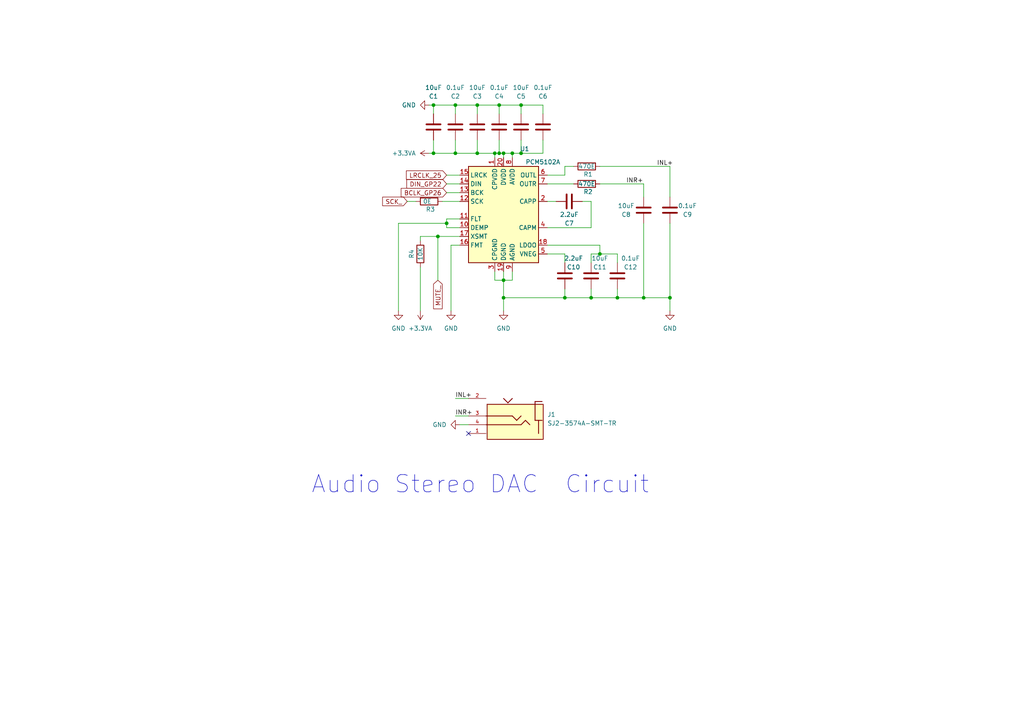
<source format=kicad_sch>
(kicad_sch (version 20230121) (generator eeschema)
  (paper "A4")
  (lib_symbols
    (symbol "Audio:PCM5102A"
      (property "Reference" "U" (at -10.16 13.97 0))
      (property "Value" "PCM5102A" (at 3.81 13.97 0))
      (symbol "PCM5102A_0_1"
        (rectangle (start -10.16 12.7) (end 10.16 -15.24) (stroke (width 0.254)) (fill (type background)))
      )
      (symbol "PCM5102A_1_1"
        (pin passive line (at -2.54 15.24 270) (length 2.54) (name "CPVDD") (number "1"))
        (pin input line (at -12.7 -5.08 0) (length 2.54) (name "DEMP") (number "10"))
        (pin input line (at -12.7 -2.54 0) (length 2.54) (name "FLT") (number "11"))
        (pin input line (at -12.7 2.54 0) (length 2.54) (name "SCK") (number "12"))
        (pin input line (at -12.7 5.08 0) (length 2.54) (name "BCK") (number "13"))
        (pin input line (at -12.7 7.62 0) (length 2.54) (name "DIN") (number "14"))
        (pin input line (at -12.7 10.16 0) (length 2.54) (name "LRCK") (number "15"))
        (pin input line (at -12.7 -10.16 0) (length 2.54) (name "FMT") (number "16"))
        (pin input line (at -12.7 -7.62 0) (length 2.54) (name "XSMT") (number "17"))
        (pin passive line (at 12.7 -10.16 180) (length 2.54) (name "LDOO") (number "18"))
        (pin power_in line (at 0 -17.78 90) (length 2.54) (name "DGND") (number "19"))
        (pin passive line (at 12.7 2.54 180) (length 2.54) (name "CAPP") (number "2"))
        (pin power_in line (at 0 15.24 270) (length 2.54) (name "DVDD") (number "20"))
        (pin power_in line (at -2.54 -17.78 90) (length 2.54) (name "CPGND") (number "3"))
        (pin passive line (at 12.7 -5.08 180) (length 2.54) (name "CAPM") (number "4"))
        (pin passive line (at 12.7 -12.7 180) (length 2.54) (name "VNEG") (number "5"))
        (pin output line (at 12.7 10.16 180) (length 2.54) (name "OUTL") (number "6"))
        (pin output line (at 12.7 7.62 180) (length 2.54) (name "OUTR") (number "7"))
        (pin power_in line (at 2.54 15.24 270) (length 2.54) (name "AVDD") (number "8"))
        (pin power_in line (at 2.54 -17.78 90) (length 2.54) (name "AGND") (number "9"))
      )
    )
    (symbol "Device:C" (pin_numbers hide) (pin_names (offset 0.254))
      (property "Reference" "C" (at 0.635 2.54 0))
      (property "Value" "C" (at 0.635 -2.54 0))
      (symbol "C_0_1"
        (polyline (pts (xy -2.032 -0.762) (xy 2.032 -0.762)) (stroke (width 0.508)))
        (polyline (pts (xy -2.032 0.762) (xy 2.032 0.762)) (stroke (width 0.508)))
      )
      (symbol "C_1_1"
        (pin passive line (at 0 3.81 270) (length 2.794) (name "~") (number "1"))
        (pin passive line (at 0 -3.81 90) (length 2.794) (name "~") (number "2"))
      )
    )
    (symbol "Device:R" (pin_numbers hide) (pin_names (offset 0))
      (property "Reference" "R" (at 2.032 0 90))
      (property "Value" "R" (at 0 0 90))
      (symbol "R_0_1"
        (rectangle (start -1.016 -2.54) (end 1.016 2.54) (stroke (width 0.254)))
      )
      (symbol "R_1_1"
        (pin passive line (at 0 3.81 270) (length 1.27) (name "~") (number "1"))
        (pin passive line (at 0 -3.81 90) (length 1.27) (name "~") (number "2"))
      )
    )
    (symbol "Dotworld:SJ2-3574A-SMT-TR" (pin_names (offset 1.016))
      (property "Reference" "J" (at -7.62 7.62 0))
      (property "Value" "SJ2-3574A-SMT-TR" (at -7.62 -7.62 0))
      (symbol "SJ2-3574A-SMT-TR_0_0"
        (rectangle (start -8.9563 -3.3874) (end 7.2997 6.7726) (stroke (width 0.254)) (fill (type background)))
        (polyline (pts (xy -8.636 1.27) (xy -7.62 1.27)) (stroke (width 0.254)))
        (polyline (pts (xy -7.62 1.27) (xy -6.604 1.27)) (stroke (width 0.254)))
        (polyline (pts (xy -7.62 5.08) (xy -7.62 1.27)) (stroke (width 0.254)))
        (polyline (pts (xy -6.604 -4.191) (xy -8.636 -4.191)) (stroke (width 0.254)))
        (polyline (pts (xy -6.604 1.27) (xy -6.604 -4.191)) (stroke (width 0.254)))
        (polyline (pts (xy -5.08 2.54) (xy -3.81 1.27)) (stroke (width 0.254)))
        (polyline (pts (xy -3.81 1.27) (xy -2.54 2.54)) (stroke (width 0.254)))
        (polyline (pts (xy -2.54 0) (xy -1.27 1.27)) (stroke (width 0.254)))
        (polyline (pts (xy -2.54 2.54) (xy 7.62 2.54)) (stroke (width 0.254)))
        (polyline (pts (xy -1.27 1.27) (xy 0 0)) (stroke (width 0.254)))
        (polyline (pts (xy 0 -5.08) (xy 1.27 -3.81)) (stroke (width 0.254)))
        (polyline (pts (xy 0 0) (xy 7.62 0)) (stroke (width 0.254)))
        (polyline (pts (xy 1.27 -3.81) (xy 2.54 -5.08)) (stroke (width 0.254)))
        (pin passive line (at 12.7 5.08 180) (length 5.08) (name "~") (number "1"))
        (pin passive line (at 12.7 -5.08 180) (length 5.08) (name "~") (number "2"))
        (pin passive line (at 12.7 0 180) (length 5.08) (name "~") (number "3"))
        (pin passive line (at 12.7 2.54 180) (length 5.08) (name "~") (number "4"))
      )
    )
    (symbol "power:+3.3VA" (power) (pin_names (offset 0))
      (property "Value" "+3.3VA" (at 0 3.556 0))
      (symbol "+3.3VA_0_1"
        (polyline (pts (xy -0.762 1.27) (xy 0 2.54)))
        (polyline (pts (xy 0 0) (xy 0 2.54)))
        (polyline (pts (xy 0 2.54) (xy 0.762 1.27)))
      )
      (symbol "+3.3VA_1_1"
        (pin power_in line (at 0 0 90) (length 0) hide (name "+3.3VA") (number "1"))
      )
    )
    (symbol "power:GND" (power) (pin_names (offset 0))
      (property "Value" "GND" (at 0 -3.81 0))
      (symbol "GND_0_1"
        (polyline (pts (xy 0 0) (xy 0 -1.27) (xy 1.27 -1.27) (xy 0 -2.54) (xy -1.27 -1.27) (xy 0 -1.27)))
      )
      (symbol "GND_1_1"
        (pin power_in line (at 0 0 270) (length 0) hide (name "GND") (number "1"))
      )
    )
  )
  (junction (at 171.45 86.36))
  (junction (at 179.07 86.36))
  (junction (at 132.08 44.45))
  (junction (at 163.83 86.36))
  (junction (at 151.13 30.48))
  (junction (at 146.05 86.36))
  (junction (at 186.69 86.36))
  (junction (at 146.05 44.45))
  (junction (at 138.43 44.45))
  (junction (at 173.99 73.66))
  (junction (at 138.43 30.48))
  (junction (at 129.54 64.77))
  (junction (at 194.31 86.36))
  (junction (at 125.73 44.45))
  (junction (at 143.51 44.45))
  (junction (at 148.59 44.45))
  (junction (at 151.13 44.45))
  (junction (at 132.08 30.48))
  (junction (at 127 68.58))
  (junction (at 125.73 30.48))
  (junction (at 146.05 81.28))
  (junction (at 144.78 44.45))
  (junction (at 144.78 30.48))
  (no_connect (at 135.89 125.73))
  (wire (pts (xy 144.78 30.48) (xy 144.78 33.02)))
  (wire (pts (xy 143.51 44.45) (xy 143.51 45.72)))
  (wire (pts (xy 163.83 83.82) (xy 163.83 86.36)))
  (wire (pts (xy 129.54 66.04) (xy 129.54 64.77)))
  (wire (pts (xy 186.69 57.15) (xy 186.69 53.34)))
  (wire (pts (xy 173.99 48.26) (xy 194.31 48.26)))
  (wire (pts (xy 132.08 120.65) (xy 135.89 120.65)))
  (wire (pts (xy 148.59 44.45) (xy 151.13 44.45)))
  (wire (pts (xy 171.45 86.36) (xy 179.07 86.36)))
  (wire (pts (xy 151.13 40.64) (xy 151.13 44.45)))
  (wire (pts (xy 132.08 30.48) (xy 132.08 33.02)))
  (wire (pts (xy 163.83 86.36) (xy 171.45 86.36)))
  (wire (pts (xy 158.75 50.8) (xy 163.83 50.8)))
  (wire (pts (xy 163.83 86.36) (xy 146.05 86.36)))
  (wire (pts (xy 151.13 44.45) (xy 157.48 44.45)))
  (wire (pts (xy 173.99 53.34) (xy 186.69 53.34)))
  (wire (pts (xy 148.59 45.72) (xy 148.59 44.45)))
  (wire (pts (xy 138.43 30.48) (xy 144.78 30.48)))
  (wire (pts (xy 151.13 30.48) (xy 151.13 33.02)))
  (wire (pts (xy 179.07 86.36) (xy 179.07 83.82)))
  (wire (pts (xy 133.35 123.19) (xy 135.89 123.19)))
  (wire (pts (xy 130.81 71.12) (xy 133.35 71.12)))
  (wire (pts (xy 143.51 44.45) (xy 144.78 44.45)))
  (wire (pts (xy 194.31 48.26) (xy 194.31 57.15)))
  (wire (pts (xy 186.69 86.36) (xy 194.31 86.36)))
  (wire (pts (xy 143.51 81.28) (xy 146.05 81.28)))
  (wire (pts (xy 171.45 66.04) (xy 171.45 58.42)))
  (wire (pts (xy 115.57 90.17) (xy 115.57 64.77)))
  (wire (pts (xy 157.48 30.48) (xy 157.48 33.02)))
  (wire (pts (xy 129.54 50.8) (xy 133.35 50.8)))
  (wire (pts (xy 129.54 63.5) (xy 133.35 63.5)))
  (wire (pts (xy 127 68.58) (xy 127 81.28)))
  (wire (pts (xy 143.51 78.74) (xy 143.51 81.28)))
  (wire (pts (xy 158.75 53.34) (xy 166.37 53.34)))
  (wire (pts (xy 118.11 58.42) (xy 120.65 58.42)))
  (wire (pts (xy 179.07 86.36) (xy 186.69 86.36)))
  (wire (pts (xy 146.05 44.45) (xy 148.59 44.45)))
  (wire (pts (xy 146.05 81.28) (xy 148.59 81.28)))
  (wire (pts (xy 157.48 44.45) (xy 157.48 40.64)))
  (wire (pts (xy 173.99 73.66) (xy 179.07 73.66)))
  (wire (pts (xy 138.43 44.45) (xy 138.43 40.64)))
  (wire (pts (xy 125.73 44.45) (xy 132.08 44.45)))
  (wire (pts (xy 129.54 53.34) (xy 133.35 53.34)))
  (wire (pts (xy 158.75 58.42) (xy 161.29 58.42)))
  (wire (pts (xy 125.73 30.48) (xy 132.08 30.48)))
  (wire (pts (xy 121.92 77.47) (xy 121.92 90.17)))
  (wire (pts (xy 144.78 44.45) (xy 146.05 44.45)))
  (wire (pts (xy 194.31 86.36) (xy 194.31 64.77)))
  (wire (pts (xy 158.75 73.66) (xy 163.83 73.66)))
  (wire (pts (xy 146.05 86.36) (xy 146.05 90.17)))
  (wire (pts (xy 129.54 64.77) (xy 129.54 63.5)))
  (wire (pts (xy 132.08 115.57) (xy 135.89 115.57)))
  (wire (pts (xy 132.08 44.45) (xy 132.08 40.64)))
  (wire (pts (xy 171.45 73.66) (xy 171.45 76.2)))
  (wire (pts (xy 158.75 71.12) (xy 173.99 71.12)))
  (wire (pts (xy 133.35 66.04) (xy 129.54 66.04)))
  (wire (pts (xy 163.83 73.66) (xy 163.83 76.2)))
  (wire (pts (xy 146.05 81.28) (xy 146.05 78.74)))
  (wire (pts (xy 151.13 30.48) (xy 157.48 30.48)))
  (wire (pts (xy 125.73 44.45) (xy 124.46 44.45)))
  (wire (pts (xy 115.57 64.77) (xy 129.54 64.77)))
  (wire (pts (xy 163.83 50.8) (xy 163.83 48.26)))
  (wire (pts (xy 179.07 73.66) (xy 179.07 76.2)))
  (wire (pts (xy 144.78 30.48) (xy 151.13 30.48)))
  (wire (pts (xy 171.45 83.82) (xy 171.45 86.36)))
  (wire (pts (xy 173.99 71.12) (xy 173.99 73.66)))
  (wire (pts (xy 146.05 44.45) (xy 146.05 45.72)))
  (wire (pts (xy 127 68.58) (xy 133.35 68.58)))
  (wire (pts (xy 158.75 66.04) (xy 171.45 66.04)))
  (wire (pts (xy 125.73 40.64) (xy 125.73 44.45)))
  (wire (pts (xy 163.83 48.26) (xy 166.37 48.26)))
  (wire (pts (xy 132.08 30.48) (xy 138.43 30.48)))
  (wire (pts (xy 171.45 73.66) (xy 173.99 73.66)))
  (wire (pts (xy 121.92 69.85) (xy 121.92 68.58)))
  (wire (pts (xy 124.46 30.48) (xy 125.73 30.48)))
  (wire (pts (xy 146.05 86.36) (xy 146.05 81.28)))
  (wire (pts (xy 168.91 58.42) (xy 171.45 58.42)))
  (wire (pts (xy 144.78 44.45) (xy 144.78 40.64)))
  (wire (pts (xy 129.54 55.88) (xy 133.35 55.88)))
  (wire (pts (xy 148.59 81.28) (xy 148.59 78.74)))
  (wire (pts (xy 186.69 64.77) (xy 186.69 86.36)))
  (wire (pts (xy 138.43 44.45) (xy 143.51 44.45)))
  (wire (pts (xy 130.81 90.17) (xy 130.81 71.12)))
  (wire (pts (xy 194.31 90.17) (xy 194.31 86.36)))
  (wire (pts (xy 138.43 30.48) (xy 138.43 33.02)))
  (wire (pts (xy 125.73 33.02) (xy 125.73 30.48)))
  (wire (pts (xy 121.92 68.58) (xy 127 68.58)))
  (wire (pts (xy 128.27 58.42) (xy 133.35 58.42)))
  (wire (pts (xy 138.43 44.45) (xy 132.08 44.45)))
  (text "Audio Stereo DAC  Circuit" (at 90.17 143.51 0) (effects (font (size 5 5)) (justify left bottom)))
  (label "INR+" (at 181.61 53.34 0))
  (label "INL+" (at 190.5 48.26 0))
  (label "INL+" (at 132.08 115.57 0))
  (label "INR+" (at 132.08 120.65 0))
  (global_label "SCK_" (shape input) (at 118.11 58.42 180) (property "Intersheetrefs" "${INTERSHEET_REFS}" (effects hide)))
  (global_label "MUTE_" (shape input) (at 127 81.28 270) (property "Intersheetrefs" "${INTERSHEET_REFS}" (effects hide)))
  (global_label "LRCLK_25" (shape input) (at 129.54 50.8 180) (property "Intersheetrefs" "${INTERSHEET_REFS}" (effects hide)))
  (global_label "BCLK_GP26" (shape input) (at 129.54 55.88 180) (property "Intersheetrefs" "${INTERSHEET_REFS}" (effects hide)))
  (global_label "DIN_GP22" (shape input) (at 129.54 53.34 180) (property "Intersheetrefs" "${INTERSHEET_REFS}" (effects hide)))
  (symbol (lib_id "Device:C") (at 151.13 36.83 180) (unit 1)
    (property "Reference" "C5" (at 151.13 27.94 0))
    (property "Value" "10uF" (at 151.13 25.4 0))
    (property "Footprint" "Capacitor_SMD:C_0603_1608Metric" (effects hide))
  )
  (symbol (lib_id "Device:C") (at 194.31 60.96 180) (unit 1)
    (property "Reference" "C9" (at 199.39 62.23 0))
    (property "Value" "0.1uF" (at 199.39 59.69 0))
    (property "Footprint" "Capacitor_SMD:C_0603_1608Metric" (effects hide))
  )
  (symbol (lib_id "Device:C") (at 163.83 80.01 180) (unit 1)
    (property "Reference" "C10" (at 166.37 77.47 0))
    (property "Value" "2.2uF" (at 166.37 74.93 0))
    (property "Footprint" "Capacitor_SMD:C_0603_1608Metric" (effects hide))
  )
  (symbol (lib_id "Dotworld:SJ2-3574A-SMT-TR") (at 148.59 120.65 180) (unit 1)
    (property "Reference" "J1" (at 158.75 120.2263 0) (effects (justify right)))
    (property "Value" "SJ2-3574A-SMT-TR" (at 158.75 122.7663 0) (effects (justify right)))
    (property "Footprint" "Dotworld:CUI_SJ2-3574A-SMT-TR" (effects hide))
    (property "PARTREV" "1.02" (effects hide))
    (property "STANDARD" "Manufacturer Recommendations" (effects hide))
    (property "MAXIMUM_PACKAGE_HEIGHT" "5.3 mm" (effects hide))
    (property "MANUFACTURER" "CUI" (effects hide))
  )
  (symbol (lib_id "Device:C") (at 179.07 80.01 180) (unit 1)
    (property "Reference" "C12" (at 182.88 77.47 0))
    (property "Value" "0.1uF" (at 182.88 74.93 0))
    (property "Footprint" "Capacitor_SMD:C_0603_1608Metric" (effects hide))
  )
  (symbol (lib_id "Device:R") (at 170.18 53.34 90) (unit 1)
    (property "Reference" "R2" (at 170.561 55.626 90))
    (property "Value" "470E" (at 170.18 53.34 90))
    (property "Footprint" "Resistor_SMD:R_0402_1005Metric" (effects hide))
  )
  (symbol (lib_id "Device:C") (at 125.73 36.83 180) (unit 1)
    (property "Reference" "C1" (at 125.73 27.94 0))
    (property "Value" "10uF" (at 125.73 25.4 0))
    (property "Footprint" "Capacitor_SMD:C_0603_1608Metric" (effects hide))
  )
  (symbol (lib_id "Device:R") (at 121.92 73.66 180) (unit 1)
    (property "Reference" "R4" (at 119.38 73.66 90))
    (property "Value" "10K" (at 121.92 73.66 90))
    (property "Footprint" "Resistor_SMD:R_0402_1005Metric" (effects hide))
  )
  (symbol (lib_id "power:GND") (at 194.31 90.17 0) (unit 1)
    (property "Reference" "#PWR07" (effects hide))
    (property "Value" "GND" (at 194.31 95.25 0))
  )
  (symbol (lib_id "Device:C") (at 171.45 80.01 180) (unit 1)
    (property "Reference" "C11" (at 173.99 77.47 0))
    (property "Value" "10uF" (at 173.99 74.93 0))
    (property "Footprint" "Capacitor_SMD:C_0603_1608Metric" (effects hide))
  )
  (symbol (lib_id "power:+3.3VA") (at 124.46 44.45 90) (unit 1)
    (property "Reference" "#PWR02" (effects hide))
    (property "Value" "+3.3VA" (at 120.65 44.45 90) (effects (justify left)))
  )
  (symbol (lib_id "Device:R") (at 170.18 48.26 90) (unit 1)
    (property "Reference" "R1" (at 170.561 50.546 90))
    (property "Value" "470E" (at 170.18 48.26 90))
    (property "Footprint" "Resistor_SMD:R_0402_1005Metric" (effects hide))
  )
  (symbol (lib_id "power:GND") (at 124.46 30.48 270) (unit 1)
    (property "Reference" "#PWR01" (effects hide))
    (property "Value" "GND" (at 120.65 30.48 90) (effects (justify right)))
  )
  (symbol (lib_id "Audio:PCM5102A") (at 146.05 60.96 0) (unit 1)
    (property "Reference" "U1" (at 150.7841 43.18 0) (effects (justify left)))
    (property "Value" "PCM5102A" (at 152.4 46.99 0) (effects (justify left)))
    (property "Footprint" "Package_SO:TSSOP-20_4.4x6.5mm_P0.65mm" (effects hide))
    (property "Datasheet" "https://www.ti.com/lit/ds/symlink/pcm5102a.pdf" (effects hide))
  )
  (symbol (lib_id "power:GND") (at 130.81 90.17 0) (unit 1)
    (property "Reference" "#PWR05" (effects hide))
    (property "Value" "GND" (at 130.81 95.25 0))
  )
  (symbol (lib_id "Device:R") (at 124.46 58.42 90) (unit 1)
    (property "Reference" "R3" (at 124.841 60.706 90))
    (property "Value" "0E" (at 123.952 58.42 90))
    (property "Footprint" "Resistor_SMD:R_0402_1005Metric" (effects hide))
  )
  (symbol (lib_id "Device:C") (at 144.78 36.83 180) (unit 1)
    (property "Reference" "C4" (at 144.78 27.94 0))
    (property "Value" "0.1uF" (at 144.78 25.4 0))
    (property "Footprint" "Capacitor_SMD:C_0603_1608Metric" (effects hide))
  )
  (symbol (lib_id "Device:C") (at 157.48 36.83 180) (unit 1)
    (property "Reference" "C6" (at 157.48 27.94 0))
    (property "Value" "0.1uF" (at 157.48 25.4 0))
    (property "Footprint" "Capacitor_SMD:C_0603_1608Metric" (effects hide))
  )
  (symbol (lib_id "Device:C") (at 165.1 58.42 270) (unit 1)
    (property "Reference" "C7" (at 165.1 64.77 90))
    (property "Value" "2.2uF" (at 165.1 62.23 90))
    (property "Footprint" "Capacitor_SMD:C_0603_1608Metric" (effects hide))
  )
  (symbol (lib_id "Device:C") (at 186.69 60.96 180) (unit 1)
    (property "Reference" "C8" (at 181.61 62.23 0))
    (property "Value" "10uF" (at 181.61 59.69 0))
    (property "Footprint" "Capacitor_SMD:C_0603_1608Metric" (effects hide))
  )
  (symbol (lib_id "power:GND") (at 133.35 123.19 270) (unit 1)
    (property "Reference" "#PWR08" (effects hide))
    (property "Value" "GND" (at 129.54 123.19 90) (effects (justify right)))
  )
  (symbol (lib_id "Device:C") (at 138.43 36.83 180) (unit 1)
    (property "Reference" "C3" (at 138.43 27.94 0))
    (property "Value" "10uF" (at 138.43 25.4 0))
    (property "Footprint" "Capacitor_SMD:C_0603_1608Metric" (effects hide))
  )
  (symbol (lib_id "power:GND") (at 115.57 90.17 0) (unit 1)
    (property "Reference" "#PWR03" (effects hide))
    (property "Value" "GND" (at 115.57 95.25 0))
  )
  (symbol (lib_id "Device:C") (at 132.08 36.83 180) (unit 1)
    (property "Reference" "C2" (at 132.08 27.94 0))
    (property "Value" "0.1uF" (at 132.08 25.4 0))
    (property "Footprint" "Capacitor_SMD:C_0603_1608Metric" (effects hide))
  )
  (symbol (lib_id "power:GND") (at 146.05 90.17 0) (unit 1)
    (property "Reference" "#PWR06" (effects hide))
    (property "Value" "GND" (at 146.05 95.25 0))
  )
  (symbol (lib_id "power:+3.3VA") (at 121.92 90.17 180) (unit 1)
    (property "Reference" "#PWR04" (effects hide))
    (property "Value" "+3.3VA" (at 121.92 95.25 0))
  )
)
</source>
